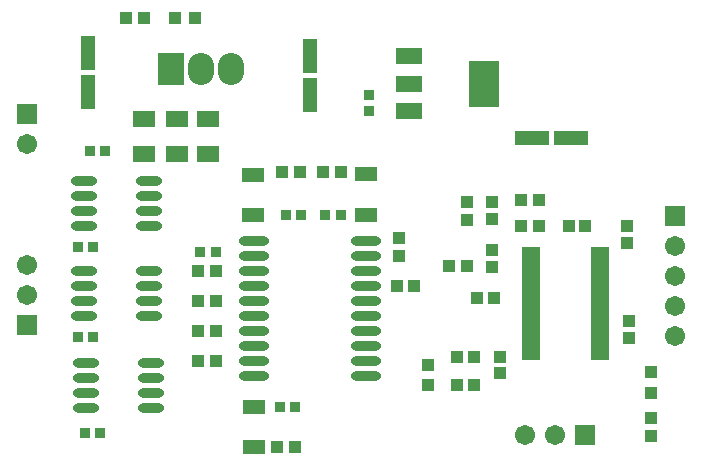
<source format=gts>
G04*
G04 #@! TF.GenerationSoftware,Altium Limited,Altium Designer,18.1.9 (240)*
G04*
G04 Layer_Color=8388736*
%FSLAX25Y25*%
%MOIN*%
G70*
G01*
G75*
%ADD34R,0.05131X0.11824*%
%ADD35R,0.11824X0.05131*%
%ADD36R,0.07497X0.05554*%
%ADD37O,0.08814X0.03060*%
%ADD38R,0.08674X0.05524*%
%ADD39R,0.09855X0.15761*%
%ADD40R,0.03800X0.03800*%
%ADD41R,0.03975X0.04202*%
%ADD42R,0.03950X0.03950*%
%ADD43R,0.07493X0.05131*%
%ADD44R,0.05918X0.01981*%
%ADD45R,0.04202X0.03975*%
%ADD46R,0.04343X0.03950*%
%ADD47R,0.03950X0.03950*%
%ADD48R,0.03950X0.04343*%
%ADD49R,0.03800X0.03800*%
%ADD50O,0.10091X0.03143*%
%ADD51C,0.06706*%
%ADD52R,0.06706X0.06706*%
%ADD53R,0.08674X0.10642*%
%ADD54O,0.08674X0.10642*%
%ADD55R,0.06706X0.06706*%
D34*
X334000Y376774D02*
D03*
Y389848D02*
D03*
X408000Y375774D02*
D03*
Y388848D02*
D03*
D35*
X481963Y361500D02*
D03*
X495037D02*
D03*
D36*
X363500Y356178D02*
D03*
Y367822D02*
D03*
X374000Y356178D02*
D03*
Y367822D02*
D03*
X352500Y356178D02*
D03*
Y367822D02*
D03*
D37*
X354293Y302000D02*
D03*
Y307000D02*
D03*
Y312000D02*
D03*
Y317000D02*
D03*
X332500Y302000D02*
D03*
Y307000D02*
D03*
Y312000D02*
D03*
Y317000D02*
D03*
X354397Y331941D02*
D03*
Y336941D02*
D03*
Y341941D02*
D03*
Y346941D02*
D03*
X332603Y331941D02*
D03*
Y336941D02*
D03*
Y341941D02*
D03*
Y346941D02*
D03*
X333103Y286500D02*
D03*
Y281500D02*
D03*
Y276500D02*
D03*
Y271500D02*
D03*
X354897Y286500D02*
D03*
Y281500D02*
D03*
Y276500D02*
D03*
Y271500D02*
D03*
D38*
X441000Y388555D02*
D03*
Y370445D02*
D03*
Y379500D02*
D03*
D39*
X466000D02*
D03*
D40*
X335618Y295000D02*
D03*
X330500D02*
D03*
X338059Y263000D02*
D03*
X332941D02*
D03*
X335618Y325000D02*
D03*
X330500D02*
D03*
X399941Y335807D02*
D03*
X405059D02*
D03*
X418118Y335824D02*
D03*
X413000D02*
D03*
X402965Y271693D02*
D03*
X397847D02*
D03*
X334500Y357000D02*
D03*
X339618D02*
D03*
X371313Y323468D02*
D03*
X376431D02*
D03*
D41*
X352500Y401500D02*
D03*
X346569D02*
D03*
X398500Y350000D02*
D03*
X404431D02*
D03*
X412187D02*
D03*
X418118D02*
D03*
X484206Y340559D02*
D03*
X478275D02*
D03*
X478275Y332059D02*
D03*
X484206D02*
D03*
X460206Y318549D02*
D03*
X454275D02*
D03*
X456775Y279000D02*
D03*
X462706D02*
D03*
X436781Y312000D02*
D03*
X442711D02*
D03*
X370500Y317017D02*
D03*
X376431D02*
D03*
X370500Y307017D02*
D03*
X376431D02*
D03*
X370500Y297017D02*
D03*
X376431D02*
D03*
X370500Y287017D02*
D03*
X376431D02*
D03*
X397035Y258307D02*
D03*
X402965D02*
D03*
X456775Y288500D02*
D03*
X462706D02*
D03*
D42*
X369700Y401500D02*
D03*
X363000D02*
D03*
D43*
X426622Y335824D02*
D03*
Y349210D02*
D03*
X389000Y335807D02*
D03*
Y349193D02*
D03*
X389378Y271693D02*
D03*
Y258307D02*
D03*
D44*
X504544Y323943D02*
D03*
Y321975D02*
D03*
Y320006D02*
D03*
Y318038D02*
D03*
Y316069D02*
D03*
Y314101D02*
D03*
Y312132D02*
D03*
Y310164D02*
D03*
Y308195D02*
D03*
Y306227D02*
D03*
Y304258D02*
D03*
Y302290D02*
D03*
Y300321D02*
D03*
Y298353D02*
D03*
X504549Y296389D02*
D03*
X504542Y294408D02*
D03*
Y292446D02*
D03*
X504545Y290474D02*
D03*
X504542Y288509D02*
D03*
X481706Y288506D02*
D03*
Y290475D02*
D03*
Y292443D02*
D03*
Y294412D02*
D03*
Y296380D02*
D03*
Y298349D02*
D03*
Y300317D02*
D03*
Y302286D02*
D03*
Y304254D02*
D03*
Y306223D02*
D03*
Y308191D02*
D03*
Y310160D02*
D03*
Y312128D02*
D03*
Y314097D02*
D03*
Y316065D02*
D03*
X481708Y318034D02*
D03*
X481706Y320000D02*
D03*
Y321971D02*
D03*
X481716Y323949D02*
D03*
D45*
X460206Y339931D02*
D03*
Y334000D02*
D03*
X521500Y261953D02*
D03*
Y267884D02*
D03*
X437500Y322017D02*
D03*
Y327948D02*
D03*
D46*
X468706Y334420D02*
D03*
Y339931D02*
D03*
Y323949D02*
D03*
Y318438D02*
D03*
X471206Y288500D02*
D03*
Y282989D02*
D03*
X514206Y300321D02*
D03*
Y294810D02*
D03*
X513500Y326478D02*
D03*
Y331989D02*
D03*
D47*
X521500Y276535D02*
D03*
Y283235D02*
D03*
X447206Y285700D02*
D03*
Y279000D02*
D03*
D48*
X463695Y308195D02*
D03*
X469206D02*
D03*
X499717Y331989D02*
D03*
X494206D02*
D03*
D49*
X427500Y370500D02*
D03*
Y375618D02*
D03*
D50*
X426622Y282017D02*
D03*
Y287017D02*
D03*
Y292017D02*
D03*
Y297017D02*
D03*
Y302017D02*
D03*
Y307017D02*
D03*
Y312017D02*
D03*
Y317017D02*
D03*
Y322017D02*
D03*
Y327017D02*
D03*
X389378Y282017D02*
D03*
Y287017D02*
D03*
Y292017D02*
D03*
Y297017D02*
D03*
Y302017D02*
D03*
Y307017D02*
D03*
Y312017D02*
D03*
Y317017D02*
D03*
Y322017D02*
D03*
Y327017D02*
D03*
D51*
X529500Y295500D02*
D03*
Y305500D02*
D03*
Y315500D02*
D03*
Y325500D02*
D03*
X489717Y262500D02*
D03*
X479717D02*
D03*
X313500Y359500D02*
D03*
Y309000D02*
D03*
Y319000D02*
D03*
D52*
X529500Y335500D02*
D03*
X313500Y369500D02*
D03*
Y299000D02*
D03*
D53*
X361500Y384500D02*
D03*
D54*
X381500D02*
D03*
X371500D02*
D03*
D55*
X499717Y262500D02*
D03*
M02*

</source>
